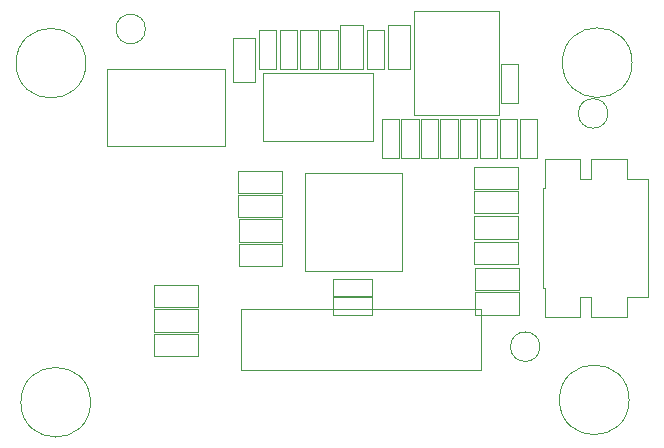
<source format=gbr>
%TF.GenerationSoftware,KiCad,Pcbnew,8.0.2*%
%TF.CreationDate,2025-07-17T16:33:10+07:00*%
%TF.ProjectId,PicoLink,5069636f-4c69-46e6-9b2e-6b696361645f,rev?*%
%TF.SameCoordinates,Original*%
%TF.FileFunction,Other,User*%
%FSLAX46Y46*%
G04 Gerber Fmt 4.6, Leading zero omitted, Abs format (unit mm)*
G04 Created by KiCad (PCBNEW 8.0.2) date 2025-07-17 16:33:10*
%MOMM*%
%LPD*%
G01*
G04 APERTURE LIST*
%ADD10C,0.050000*%
G04 APERTURE END LIST*
D10*
%TO.C,C23*%
X153949998Y-97470002D02*
X157249999Y-97470002D01*
X153950001Y-98929998D02*
X153949998Y-97470002D01*
X157249999Y-97470002D02*
X157250002Y-98929998D01*
X157250002Y-98929998D02*
X153950001Y-98929998D01*
%TO.C,D3*%
X158600000Y-76000000D02*
X160500000Y-76000000D01*
X158600000Y-79700000D02*
X158600000Y-76000000D01*
X160500000Y-76000000D02*
X160500000Y-79700000D01*
X160500000Y-79700000D02*
X158600000Y-79700000D01*
%TO.C,C18*%
X168220001Y-79250002D02*
X169679999Y-79249999D01*
X168220001Y-82550001D02*
X168220001Y-79250002D01*
X169679999Y-79249999D02*
X169679999Y-82549998D01*
X169679999Y-82549998D02*
X168220001Y-82550001D01*
%TO.C,R23*%
X145950000Y-88300000D02*
X149650000Y-88300000D01*
X145950000Y-90200000D02*
X145950000Y-88300000D01*
X149650000Y-88300000D02*
X149650000Y-90200000D01*
X149650000Y-90200000D02*
X145950000Y-90200000D01*
%TO.C,R25*%
X146000000Y-92400000D02*
X149700000Y-92400000D01*
X146000000Y-94300000D02*
X146000000Y-92400000D01*
X149700000Y-92400000D02*
X149700000Y-94300000D01*
X149700000Y-94300000D02*
X146000000Y-94300000D01*
%TO.C,Y2*%
X146149997Y-99999999D02*
X146149997Y-105200001D01*
X146149997Y-105200001D02*
X166550003Y-105200001D01*
X166550003Y-99999999D02*
X146149997Y-99999999D01*
X166550003Y-105200001D02*
X166550003Y-99999999D01*
%TO.C,D2*%
X166000000Y-96500000D02*
X169700000Y-96500000D01*
X166000000Y-98400000D02*
X166000000Y-96500000D01*
X169700000Y-96500000D02*
X169700000Y-98400000D01*
X169700000Y-98400000D02*
X166000000Y-98400000D01*
%TO.C,C32*%
X166420001Y-83950000D02*
X167879999Y-83949997D01*
X166420001Y-87250003D02*
X166420001Y-83950000D01*
X167879999Y-83949997D02*
X167879999Y-87250000D01*
X167879999Y-87250000D02*
X166420001Y-87250003D01*
%TO.C,C21*%
X151220001Y-76387500D02*
X152679999Y-76387497D01*
X151220001Y-79687503D02*
X151220001Y-76387500D01*
X152679999Y-76387497D02*
X152679999Y-79687500D01*
X152679999Y-79687500D02*
X151220001Y-79687503D01*
%TO.C,C17*%
X156820001Y-76400000D02*
X158279999Y-76399997D01*
X156820001Y-79700003D02*
X156820001Y-76400000D01*
X158279999Y-76399997D02*
X158279999Y-79700000D01*
X158279999Y-79700000D02*
X156820001Y-79700003D01*
%TO.C,SW2*%
X134850000Y-79700000D02*
X134850001Y-86200001D01*
X134850000Y-79700000D02*
X144849999Y-79699999D01*
X134850001Y-86200001D02*
X144850000Y-86200000D01*
X144850000Y-86200000D02*
X144849999Y-79699999D01*
%TO.C,C28*%
X169770001Y-83950000D02*
X171229999Y-83949997D01*
X169770001Y-87250003D02*
X169770001Y-83950000D01*
X171229999Y-83949997D02*
X171229999Y-87250000D01*
X171229999Y-87250000D02*
X169770001Y-87250003D01*
%TO.C,C1*%
X153949998Y-99020002D02*
X157249997Y-99020004D01*
X153950003Y-100479996D02*
X153949998Y-99020002D01*
X157249997Y-99020004D02*
X157250002Y-100479998D01*
X157250002Y-100479998D02*
X153950003Y-100479996D01*
%TO.C,R1*%
X165949997Y-94299998D02*
X169649997Y-94299998D01*
X165949997Y-96199998D02*
X165949997Y-94299998D01*
X169649997Y-94299998D02*
X169649997Y-96199998D01*
X169649997Y-96199998D02*
X165949997Y-96199998D01*
%TO.C,U4*%
X148049999Y-80040000D02*
X148049999Y-85760000D01*
X148049999Y-85760000D02*
X157350001Y-85760000D01*
X157350001Y-80040000D02*
X148049999Y-80040000D01*
X157350001Y-85760000D02*
X157350001Y-80040000D01*
%TO.C,U6*%
X160799999Y-74800000D02*
X160800001Y-83600000D01*
X160800001Y-83600000D02*
X168000001Y-83600000D01*
X167999999Y-74800000D02*
X160799999Y-74800000D01*
X168000001Y-83600000D02*
X167999999Y-74800000D01*
%TO.C,C16*%
X152920001Y-79687503D02*
X152920004Y-76387504D01*
X152920004Y-76387504D02*
X154380001Y-76387499D01*
X154379998Y-79687498D02*
X152920001Y-79687503D01*
X154380001Y-76387499D02*
X154379998Y-79687498D01*
%TO.C,R17*%
X138850000Y-100050000D02*
X142550000Y-100050000D01*
X138850000Y-101950000D02*
X138850000Y-100050000D01*
X142550000Y-100050000D02*
X142550000Y-101950000D01*
X142550000Y-101950000D02*
X138850000Y-101950000D01*
%TO.C,C27*%
X168120001Y-83950000D02*
X169579999Y-83949997D01*
X168120001Y-87250003D02*
X168120001Y-83950000D01*
X169579999Y-83949997D02*
X169579999Y-87250000D01*
X169579999Y-87250000D02*
X168120001Y-87250003D01*
%TO.C,R22*%
X154600000Y-76000000D02*
X156500000Y-76000000D01*
X154600000Y-79700000D02*
X154600000Y-76000000D01*
X156500000Y-76000000D02*
X156500000Y-79700000D01*
X156500000Y-79700000D02*
X154600000Y-79700000D01*
%TO.C,R21*%
X166000000Y-98600000D02*
X169700000Y-98600000D01*
X166000000Y-100500000D02*
X166000000Y-98600000D01*
X169700000Y-98600000D02*
X169700000Y-100500000D01*
X169700000Y-100500000D02*
X166000000Y-100500000D01*
%TO.C,C30*%
X163070001Y-83950000D02*
X164529999Y-83949997D01*
X163070001Y-87250003D02*
X163070001Y-83950000D01*
X164529999Y-83949997D02*
X164529999Y-87250000D01*
X164529999Y-87250000D02*
X163070001Y-87250003D01*
%TO.C,H6*%
X133050000Y-79200000D02*
G75*
G02*
X127150000Y-79200000I-2950000J0D01*
G01*
X127150000Y-79200000D02*
G75*
G02*
X133050000Y-79200000I2950000J0D01*
G01*
%TO.C,R26*%
X146000000Y-94500000D02*
X149700000Y-94500000D01*
X146000000Y-96400000D02*
X146000000Y-94500000D01*
X149700000Y-94500000D02*
X149700000Y-96400000D01*
X149700000Y-96400000D02*
X146000000Y-96400000D01*
%TO.C,FID3*%
X138100000Y-76300000D02*
G75*
G02*
X135600000Y-76300000I-1250000J0D01*
G01*
X135600000Y-76300000D02*
G75*
G02*
X138100000Y-76300000I1250000J0D01*
G01*
%TO.C,C26*%
X159770001Y-83950000D02*
X161229999Y-83949997D01*
X159770001Y-87250003D02*
X159770001Y-83950000D01*
X161229999Y-83949997D02*
X161229999Y-87250000D01*
X161229999Y-87250000D02*
X159770001Y-87250003D01*
%TO.C,R19*%
X138850000Y-102100000D02*
X142550000Y-102100000D01*
X138850000Y-104000000D02*
X138850000Y-102100000D01*
X142550000Y-102100000D02*
X142550000Y-104000000D01*
X142550000Y-104000000D02*
X138850000Y-104000000D01*
%TO.C,R6*%
X165899996Y-87949997D02*
X169599996Y-87949997D01*
X165899996Y-89849997D02*
X165899996Y-87949997D01*
X169599996Y-87949997D02*
X169599996Y-89849997D01*
X169599996Y-89849997D02*
X165899996Y-89849997D01*
%TO.C,H5*%
X179300000Y-79150000D02*
G75*
G02*
X173400000Y-79150000I-2950000J0D01*
G01*
X173400000Y-79150000D02*
G75*
G02*
X179300000Y-79150000I2950000J0D01*
G01*
%TO.C,J2*%
X171740002Y-89750000D02*
X171890000Y-89750000D01*
X171740002Y-98250000D02*
X171740002Y-89750000D01*
X171889999Y-100700002D02*
X171890000Y-98250000D01*
X171890000Y-87300000D02*
X174900002Y-87299999D01*
X171890000Y-89750000D02*
X171890000Y-87300000D01*
X171890000Y-98250000D02*
X171740002Y-98250000D01*
X174900000Y-89030000D02*
X175820000Y-89030000D01*
X174900000Y-98970001D02*
X174900000Y-100699999D01*
X174900000Y-100699999D02*
X171889999Y-100700002D01*
X174900002Y-87299999D02*
X174900000Y-89030000D01*
X175820000Y-87300000D02*
X178829998Y-87300002D01*
X175820000Y-89030000D02*
X175820000Y-87300000D01*
X175820000Y-98970000D02*
X174900000Y-98970001D01*
X175820000Y-100700000D02*
X175820000Y-98970000D01*
X178829998Y-87300002D02*
X178830001Y-89030000D01*
X178830000Y-98970000D02*
X178830000Y-100699999D01*
X178830000Y-100699999D02*
X175820000Y-100700000D01*
X178830001Y-89030000D02*
X180680000Y-89030001D01*
X180680000Y-89030001D02*
X180680002Y-98970000D01*
X180680002Y-98970000D02*
X178830000Y-98970000D01*
%TO.C,R13*%
X165899997Y-89999998D02*
X169599997Y-89999998D01*
X165899997Y-91899998D02*
X165899997Y-89999998D01*
X169599997Y-89999998D02*
X169599997Y-91899998D01*
X169599997Y-91899998D02*
X165899997Y-91899998D01*
%TO.C,C29*%
X161420001Y-83950000D02*
X162879999Y-83949997D01*
X161420001Y-87250003D02*
X161420001Y-83950000D01*
X162879999Y-83949997D02*
X162879999Y-87250000D01*
X162879999Y-87250000D02*
X161420001Y-87250003D01*
%TO.C,H3*%
X179050000Y-107700000D02*
G75*
G02*
X173150000Y-107700000I-2950000J0D01*
G01*
X173150000Y-107700000D02*
G75*
G02*
X179050000Y-107700000I2950000J0D01*
G01*
%TO.C,FID1*%
X171500000Y-103200000D02*
G75*
G02*
X169000000Y-103200000I-1250000J0D01*
G01*
X169000000Y-103200000D02*
G75*
G02*
X171500000Y-103200000I1250000J0D01*
G01*
%TO.C,R12*%
X165899997Y-92149998D02*
X169599997Y-92149998D01*
X165899997Y-94049998D02*
X165899997Y-92149998D01*
X169599997Y-92149998D02*
X169599997Y-94049998D01*
X169599997Y-94049998D02*
X165899997Y-94049998D01*
%TO.C,C20*%
X147720003Y-76387502D02*
X149180001Y-76387499D01*
X147720003Y-79687505D02*
X147720003Y-76387502D01*
X149180001Y-76387499D02*
X149180001Y-79687502D01*
X149180001Y-79687502D02*
X147720003Y-79687505D01*
%TO.C,C19*%
X158120001Y-83950000D02*
X159579999Y-83949997D01*
X158120001Y-87250003D02*
X158120001Y-83950000D01*
X159579999Y-83949997D02*
X159579999Y-87250000D01*
X159579999Y-87250000D02*
X158120001Y-87250003D01*
%TO.C,RP1*%
X151570000Y-88520000D02*
X151570000Y-96780000D01*
X151570000Y-96780000D02*
X159830000Y-96780000D01*
X159830000Y-88520000D02*
X151570000Y-88520000D01*
X159830000Y-96780000D02*
X159830000Y-88520000D01*
%TO.C,FID2*%
X177250000Y-83450000D02*
G75*
G02*
X174750000Y-83450000I-1250000J0D01*
G01*
X174750000Y-83450000D02*
G75*
G02*
X177250000Y-83450000I1250000J0D01*
G01*
%TO.C,R20*%
X145500000Y-77050000D02*
X147400000Y-77050000D01*
X145500000Y-80750000D02*
X145500000Y-77050000D01*
X147400000Y-77050000D02*
X147400000Y-80750000D01*
X147400000Y-80750000D02*
X145500000Y-80750000D01*
%TO.C,H4*%
X133450000Y-107900000D02*
G75*
G02*
X127550000Y-107900000I-2950000J0D01*
G01*
X127550000Y-107900000D02*
G75*
G02*
X133450000Y-107900000I2950000J0D01*
G01*
%TO.C,C22*%
X149470003Y-76387503D02*
X150930001Y-76387500D01*
X149470003Y-79687506D02*
X149470003Y-76387503D01*
X150930001Y-76387500D02*
X150930001Y-79687503D01*
X150930001Y-79687503D02*
X149470003Y-79687506D01*
%TO.C,C31*%
X164720001Y-83950000D02*
X166179999Y-83949997D01*
X164720001Y-87250003D02*
X164720001Y-83950000D01*
X166179999Y-83949997D02*
X166179999Y-87250000D01*
X166179999Y-87250000D02*
X164720001Y-87250003D01*
%TO.C,R24*%
X145950000Y-90350000D02*
X149650000Y-90350000D01*
X145950000Y-92250000D02*
X145950000Y-90350000D01*
X149650000Y-90350000D02*
X149650000Y-92250000D01*
X149650000Y-92250000D02*
X145950000Y-92250000D01*
%TO.C,R14*%
X138850000Y-97950000D02*
X142550000Y-97950000D01*
X138850000Y-99850000D02*
X138850000Y-97950000D01*
X142550000Y-97950000D02*
X142550000Y-99850000D01*
X142550000Y-99850000D02*
X138850000Y-99850000D01*
%TD*%
M02*

</source>
